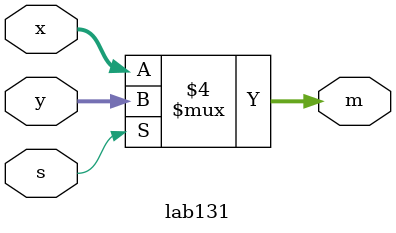
<source format=v>
`timescale 1ns / 1ps


module lab131(
    input [1:0] x,
    input [1:0] y,
    input s,
    output reg [1:0] m
    );
    
    always @ (x or y or s)
        begin
        if(s==0)
            m=x;
        else
            m=y;
        end

    
endmodule


</source>
